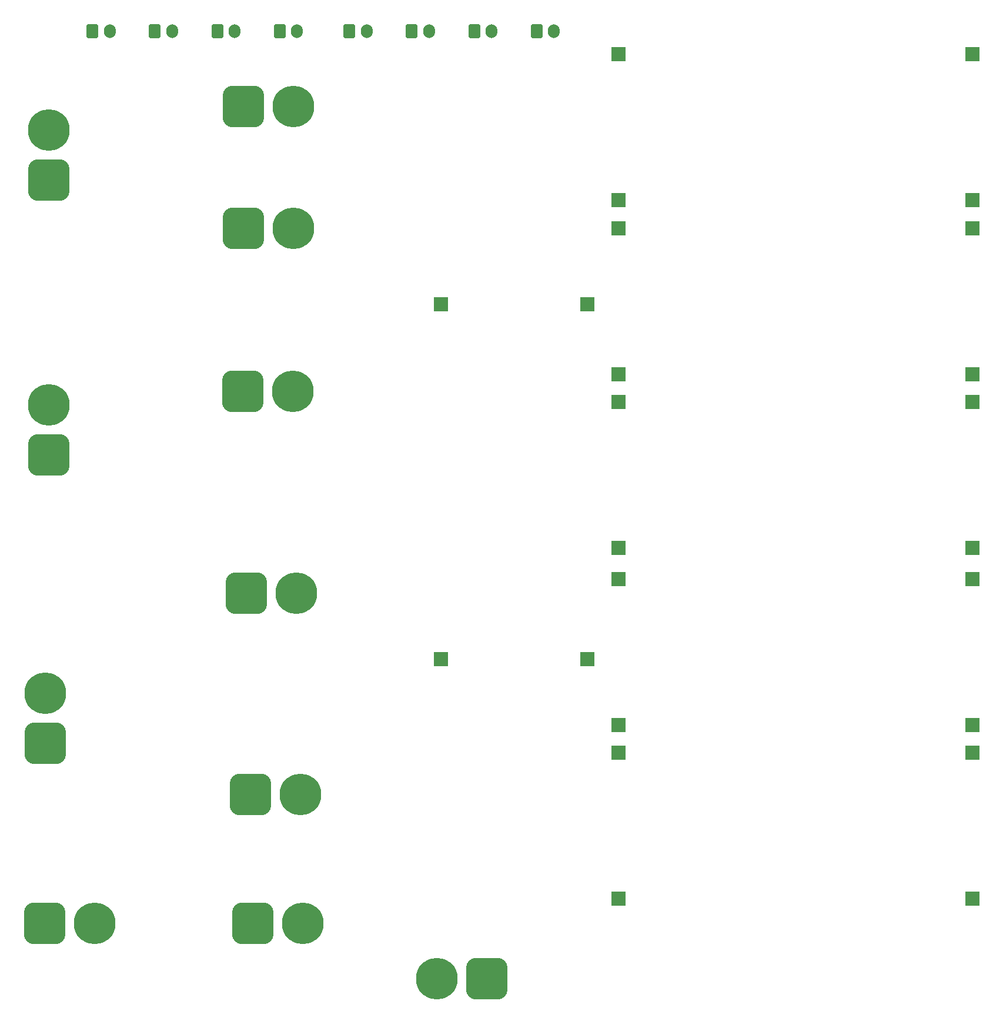
<source format=gbr>
%TF.GenerationSoftware,KiCad,Pcbnew,9.0.2*%
%TF.CreationDate,2025-11-30T20:45:03+05:30*%
%TF.ProjectId,Kratos26,4b726174-6f73-4323-962e-6b696361645f,rev?*%
%TF.SameCoordinates,Original*%
%TF.FileFunction,Soldermask,Top*%
%TF.FilePolarity,Negative*%
%FSLAX46Y46*%
G04 Gerber Fmt 4.6, Leading zero omitted, Abs format (unit mm)*
G04 Created by KiCad (PCBNEW 9.0.2) date 2025-11-30 20:45:03*
%MOMM*%
%LPD*%
G01*
G04 APERTURE LIST*
G04 Aperture macros list*
%AMRoundRect*
0 Rectangle with rounded corners*
0 $1 Rounding radius*
0 $2 $3 $4 $5 $6 $7 $8 $9 X,Y pos of 4 corners*
0 Add a 4 corners polygon primitive as box body*
4,1,4,$2,$3,$4,$5,$6,$7,$8,$9,$2,$3,0*
0 Add four circle primitives for the rounded corners*
1,1,$1+$1,$2,$3*
1,1,$1+$1,$4,$5*
1,1,$1+$1,$6,$7*
1,1,$1+$1,$8,$9*
0 Add four rect primitives between the rounded corners*
20,1,$1+$1,$2,$3,$4,$5,0*
20,1,$1+$1,$4,$5,$6,$7,0*
20,1,$1+$1,$6,$7,$8,$9,0*
20,1,$1+$1,$8,$9,$2,$3,0*%
G04 Aperture macros list end*
%ADD10RoundRect,1.500000X-1.500000X-1.500000X1.500000X-1.500000X1.500000X1.500000X-1.500000X1.500000X0*%
%ADD11C,6.000000*%
%ADD12RoundRect,0.250000X-0.600000X-0.750000X0.600000X-0.750000X0.600000X0.750000X-0.600000X0.750000X0*%
%ADD13O,1.700000X2.000000*%
%ADD14R,2.000000X2.000000*%
%ADD15RoundRect,1.500000X1.500000X-1.500000X1.500000X1.500000X-1.500000X1.500000X-1.500000X-1.500000X0*%
%ADD16RoundRect,1.500000X1.500000X1.500000X-1.500000X1.500000X-1.500000X-1.500000X1.500000X-1.500000X0*%
G04 APERTURE END LIST*
D10*
%TO.C,REF\u002A\u002A*%
X113500000Y-129000000D03*
D11*
X120700000Y-129000000D03*
%TD*%
D10*
%TO.C,REF\u002A\u002A*%
X112900000Y-100000000D03*
D11*
X120100000Y-100000000D03*
%TD*%
D12*
%TO.C,REF\u002A\u002A*%
X154750000Y-19200000D03*
D13*
X157250000Y-19200000D03*
%TD*%
D12*
%TO.C,REF\u002A\u002A*%
X90750000Y-19200000D03*
D13*
X93250000Y-19200000D03*
%TD*%
D12*
%TO.C,REF\u002A\u002A*%
X117750000Y-19200000D03*
D13*
X120250000Y-19200000D03*
%TD*%
D14*
%TO.C,U*%
X217500000Y-68500000D03*
X217500000Y-47500000D03*
X166500000Y-68500000D03*
X166500000Y-47500000D03*
%TD*%
%TO.C,U*%
X217500000Y-93500000D03*
X217500000Y-72500000D03*
X166500000Y-93500000D03*
X166500000Y-72500000D03*
%TD*%
D12*
%TO.C,REF\u002A\u002A*%
X108750000Y-19200000D03*
D13*
X111250000Y-19200000D03*
%TD*%
D10*
%TO.C,REF\u002A\u002A*%
X112400000Y-71000000D03*
D11*
X119600000Y-71000000D03*
%TD*%
D15*
%TO.C,REF\u002A\u002A*%
X84500000Y-80100000D03*
D11*
X84500000Y-72900000D03*
%TD*%
D12*
%TO.C,REF\u002A\u002A*%
X99750000Y-19200000D03*
D13*
X102250000Y-19200000D03*
%TD*%
D14*
%TO.C,U*%
X141000000Y-109500000D03*
X162000000Y-109500000D03*
X141000000Y-58500000D03*
X162000000Y-58500000D03*
%TD*%
%TO.C,U*%
X217500000Y-119000000D03*
X217500000Y-98000000D03*
X166500000Y-119000000D03*
X166500000Y-98000000D03*
%TD*%
D12*
%TO.C,REF\u002A\u002A*%
X136750000Y-19200000D03*
D13*
X139250000Y-19200000D03*
%TD*%
D10*
%TO.C,REF\u002A\u002A*%
X112500000Y-30000000D03*
D11*
X119700000Y-30000000D03*
%TD*%
D15*
%TO.C,REF\u002A\u002A*%
X84000000Y-121600000D03*
D11*
X84000000Y-114400000D03*
%TD*%
D16*
%TO.C,REF\u002A\u002A*%
X147600000Y-155500000D03*
D11*
X140400000Y-155500000D03*
%TD*%
D14*
%TO.C,U*%
X217500000Y-144000000D03*
X217500000Y-123000000D03*
X166500000Y-144000000D03*
X166500000Y-123000000D03*
%TD*%
D12*
%TO.C,REF\u002A\u002A*%
X145750000Y-19200000D03*
D13*
X148250000Y-19200000D03*
%TD*%
D12*
%TO.C,REF\u002A\u002A*%
X127750000Y-19200000D03*
D13*
X130250000Y-19200000D03*
%TD*%
D10*
%TO.C,REF\u002A\u002A*%
X112500000Y-47500000D03*
D11*
X119700000Y-47500000D03*
%TD*%
D10*
%TO.C,REF\u002A\u002A*%
X113900000Y-147500000D03*
D11*
X121100000Y-147500000D03*
%TD*%
D14*
%TO.C,U*%
X217500000Y-43500000D03*
X217500000Y-22500000D03*
X166500000Y-43500000D03*
X166500000Y-22500000D03*
%TD*%
D10*
%TO.C,REF\u002A\u002A*%
X83900000Y-147500000D03*
D11*
X91100000Y-147500000D03*
%TD*%
D15*
%TO.C,REF\u002A\u002A*%
X84500000Y-40600000D03*
D11*
X84500000Y-33400000D03*
%TD*%
M02*

</source>
